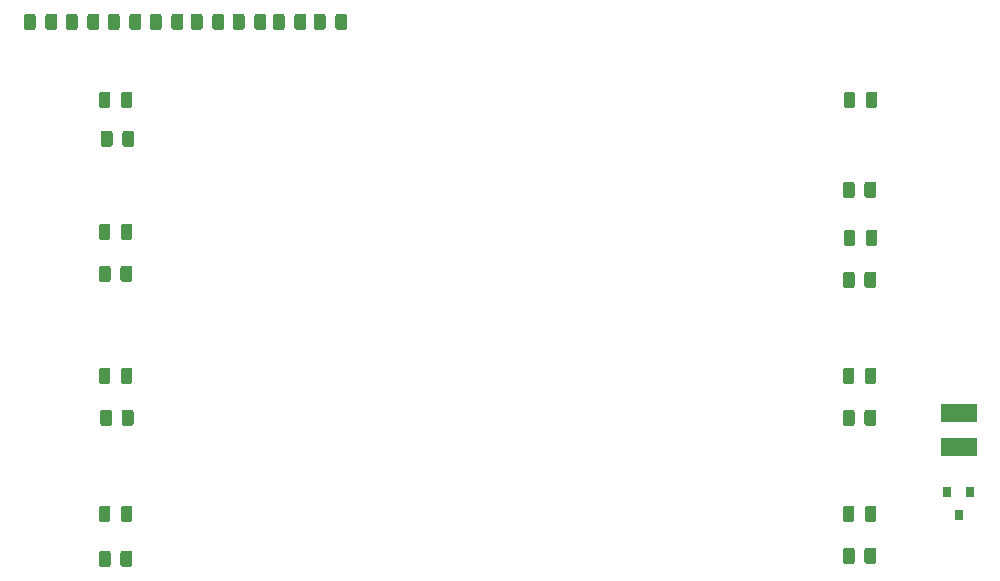
<source format=gbp>
G04 #@! TF.GenerationSoftware,KiCad,Pcbnew,5.1.12-84ad8e8a86~92~ubuntu20.04.1*
G04 #@! TF.CreationDate,2022-01-09T20:13:27+01:00*
G04 #@! TF.ProjectId,ESPHome-Thermostat-pcb,45535048-6f6d-4652-9d54-6865726d6f73,1.0*
G04 #@! TF.SameCoordinates,Original*
G04 #@! TF.FileFunction,Paste,Bot*
G04 #@! TF.FilePolarity,Positive*
%FSLAX46Y46*%
G04 Gerber Fmt 4.6, Leading zero omitted, Abs format (unit mm)*
G04 Created by KiCad (PCBNEW 5.1.12-84ad8e8a86~92~ubuntu20.04.1) date 2022-01-09 20:13:27*
%MOMM*%
%LPD*%
G01*
G04 APERTURE LIST*
%ADD10R,3.020000X1.510000*%
%ADD11R,0.800000X0.900000*%
G04 APERTURE END LIST*
G36*
G01*
X67418000Y-51873998D02*
X67418000Y-52774002D01*
G75*
G02*
X67168002Y-53024000I-249998J0D01*
G01*
X66642998Y-53024000D01*
G75*
G02*
X66393000Y-52774002I0J249998D01*
G01*
X66393000Y-51873998D01*
G75*
G02*
X66642998Y-51624000I249998J0D01*
G01*
X67168002Y-51624000D01*
G75*
G02*
X67418000Y-51873998I0J-249998D01*
G01*
G37*
G36*
G01*
X69243000Y-51873998D02*
X69243000Y-52774002D01*
G75*
G02*
X68993002Y-53024000I-249998J0D01*
G01*
X68467998Y-53024000D01*
G75*
G02*
X68218000Y-52774002I0J249998D01*
G01*
X68218000Y-51873998D01*
G75*
G02*
X68467998Y-51624000I249998J0D01*
G01*
X68993002Y-51624000D01*
G75*
G02*
X69243000Y-51873998I0J-249998D01*
G01*
G37*
G36*
G01*
X70870500Y-51873998D02*
X70870500Y-52774002D01*
G75*
G02*
X70620502Y-53024000I-249998J0D01*
G01*
X70095498Y-53024000D01*
G75*
G02*
X69845500Y-52774002I0J249998D01*
G01*
X69845500Y-51873998D01*
G75*
G02*
X70095498Y-51624000I249998J0D01*
G01*
X70620502Y-51624000D01*
G75*
G02*
X70870500Y-51873998I0J-249998D01*
G01*
G37*
G36*
G01*
X72695500Y-51873998D02*
X72695500Y-52774002D01*
G75*
G02*
X72445502Y-53024000I-249998J0D01*
G01*
X71920498Y-53024000D01*
G75*
G02*
X71670500Y-52774002I0J249998D01*
G01*
X71670500Y-51873998D01*
G75*
G02*
X71920498Y-51624000I249998J0D01*
G01*
X72445502Y-51624000D01*
G75*
G02*
X72695500Y-51873998I0J-249998D01*
G01*
G37*
G36*
G01*
X74426500Y-51873998D02*
X74426500Y-52774002D01*
G75*
G02*
X74176502Y-53024000I-249998J0D01*
G01*
X73651498Y-53024000D01*
G75*
G02*
X73401500Y-52774002I0J249998D01*
G01*
X73401500Y-51873998D01*
G75*
G02*
X73651498Y-51624000I249998J0D01*
G01*
X74176502Y-51624000D01*
G75*
G02*
X74426500Y-51873998I0J-249998D01*
G01*
G37*
G36*
G01*
X76251500Y-51873998D02*
X76251500Y-52774002D01*
G75*
G02*
X76001502Y-53024000I-249998J0D01*
G01*
X75476498Y-53024000D01*
G75*
G02*
X75226500Y-52774002I0J249998D01*
G01*
X75226500Y-51873998D01*
G75*
G02*
X75476498Y-51624000I249998J0D01*
G01*
X76001502Y-51624000D01*
G75*
G02*
X76251500Y-51873998I0J-249998D01*
G01*
G37*
G36*
G01*
X56750000Y-51873998D02*
X56750000Y-52774002D01*
G75*
G02*
X56500002Y-53024000I-249998J0D01*
G01*
X55974998Y-53024000D01*
G75*
G02*
X55725000Y-52774002I0J249998D01*
G01*
X55725000Y-51873998D01*
G75*
G02*
X55974998Y-51624000I249998J0D01*
G01*
X56500002Y-51624000D01*
G75*
G02*
X56750000Y-51873998I0J-249998D01*
G01*
G37*
G36*
G01*
X58575000Y-51873998D02*
X58575000Y-52774002D01*
G75*
G02*
X58325002Y-53024000I-249998J0D01*
G01*
X57799998Y-53024000D01*
G75*
G02*
X57550000Y-52774002I0J249998D01*
G01*
X57550000Y-51873998D01*
G75*
G02*
X57799998Y-51624000I249998J0D01*
G01*
X58325002Y-51624000D01*
G75*
G02*
X58575000Y-51873998I0J-249998D01*
G01*
G37*
G36*
G01*
X60306000Y-51873998D02*
X60306000Y-52774002D01*
G75*
G02*
X60056002Y-53024000I-249998J0D01*
G01*
X59530998Y-53024000D01*
G75*
G02*
X59281000Y-52774002I0J249998D01*
G01*
X59281000Y-51873998D01*
G75*
G02*
X59530998Y-51624000I249998J0D01*
G01*
X60056002Y-51624000D01*
G75*
G02*
X60306000Y-51873998I0J-249998D01*
G01*
G37*
G36*
G01*
X62131000Y-51873998D02*
X62131000Y-52774002D01*
G75*
G02*
X61881002Y-53024000I-249998J0D01*
G01*
X61355998Y-53024000D01*
G75*
G02*
X61106000Y-52774002I0J249998D01*
G01*
X61106000Y-51873998D01*
G75*
G02*
X61355998Y-51624000I249998J0D01*
G01*
X61881002Y-51624000D01*
G75*
G02*
X62131000Y-51873998I0J-249998D01*
G01*
G37*
G36*
G01*
X77832000Y-51873998D02*
X77832000Y-52774002D01*
G75*
G02*
X77582002Y-53024000I-249998J0D01*
G01*
X77056998Y-53024000D01*
G75*
G02*
X76807000Y-52774002I0J249998D01*
G01*
X76807000Y-51873998D01*
G75*
G02*
X77056998Y-51624000I249998J0D01*
G01*
X77582002Y-51624000D01*
G75*
G02*
X77832000Y-51873998I0J-249998D01*
G01*
G37*
G36*
G01*
X79657000Y-51873998D02*
X79657000Y-52774002D01*
G75*
G02*
X79407002Y-53024000I-249998J0D01*
G01*
X78881998Y-53024000D01*
G75*
G02*
X78632000Y-52774002I0J249998D01*
G01*
X78632000Y-51873998D01*
G75*
G02*
X78881998Y-51624000I249998J0D01*
G01*
X79407002Y-51624000D01*
G75*
G02*
X79657000Y-51873998I0J-249998D01*
G01*
G37*
G36*
G01*
X63862000Y-51873998D02*
X63862000Y-52774002D01*
G75*
G02*
X63612002Y-53024000I-249998J0D01*
G01*
X63086998Y-53024000D01*
G75*
G02*
X62837000Y-52774002I0J249998D01*
G01*
X62837000Y-51873998D01*
G75*
G02*
X63086998Y-51624000I249998J0D01*
G01*
X63612002Y-51624000D01*
G75*
G02*
X63862000Y-51873998I0J-249998D01*
G01*
G37*
G36*
G01*
X65687000Y-51873998D02*
X65687000Y-52774002D01*
G75*
G02*
X65437002Y-53024000I-249998J0D01*
G01*
X64911998Y-53024000D01*
G75*
G02*
X64662000Y-52774002I0J249998D01*
G01*
X64662000Y-51873998D01*
G75*
G02*
X64911998Y-51624000I249998J0D01*
G01*
X65437002Y-51624000D01*
G75*
G02*
X65687000Y-51873998I0J-249998D01*
G01*
G37*
G36*
G01*
X126892000Y-86302002D02*
X126892000Y-85401998D01*
G75*
G02*
X127141998Y-85152000I249998J0D01*
G01*
X127667002Y-85152000D01*
G75*
G02*
X127917000Y-85401998I0J-249998D01*
G01*
X127917000Y-86302002D01*
G75*
G02*
X127667002Y-86552000I-249998J0D01*
G01*
X127141998Y-86552000D01*
G75*
G02*
X126892000Y-86302002I0J249998D01*
G01*
G37*
G36*
G01*
X125067000Y-86302002D02*
X125067000Y-85401998D01*
G75*
G02*
X125316998Y-85152000I249998J0D01*
G01*
X125842002Y-85152000D01*
G75*
G02*
X126092000Y-85401998I0J-249998D01*
G01*
X126092000Y-86302002D01*
G75*
G02*
X125842002Y-86552000I-249998J0D01*
G01*
X125316998Y-86552000D01*
G75*
G02*
X125067000Y-86302002I0J249998D01*
G01*
G37*
G36*
G01*
X63100000Y-73209998D02*
X63100000Y-74110002D01*
G75*
G02*
X62850002Y-74360000I-249998J0D01*
G01*
X62324998Y-74360000D01*
G75*
G02*
X62075000Y-74110002I0J249998D01*
G01*
X62075000Y-73209998D01*
G75*
G02*
X62324998Y-72960000I249998J0D01*
G01*
X62850002Y-72960000D01*
G75*
G02*
X63100000Y-73209998I0J-249998D01*
G01*
G37*
G36*
G01*
X64925000Y-73209998D02*
X64925000Y-74110002D01*
G75*
G02*
X64675002Y-74360000I-249998J0D01*
G01*
X64149998Y-74360000D01*
G75*
G02*
X63900000Y-74110002I0J249998D01*
G01*
X63900000Y-73209998D01*
G75*
G02*
X64149998Y-72960000I249998J0D01*
G01*
X64675002Y-72960000D01*
G75*
G02*
X64925000Y-73209998I0J-249998D01*
G01*
G37*
G36*
G01*
X126892000Y-74618002D02*
X126892000Y-73717998D01*
G75*
G02*
X127141998Y-73468000I249998J0D01*
G01*
X127667002Y-73468000D01*
G75*
G02*
X127917000Y-73717998I0J-249998D01*
G01*
X127917000Y-74618002D01*
G75*
G02*
X127667002Y-74868000I-249998J0D01*
G01*
X127141998Y-74868000D01*
G75*
G02*
X126892000Y-74618002I0J249998D01*
G01*
G37*
G36*
G01*
X125067000Y-74618002D02*
X125067000Y-73717998D01*
G75*
G02*
X125316998Y-73468000I249998J0D01*
G01*
X125842002Y-73468000D01*
G75*
G02*
X126092000Y-73717998I0J-249998D01*
G01*
X126092000Y-74618002D01*
G75*
G02*
X125842002Y-74868000I-249998J0D01*
G01*
X125316998Y-74868000D01*
G75*
G02*
X125067000Y-74618002I0J249998D01*
G01*
G37*
G36*
G01*
X63100000Y-97339998D02*
X63100000Y-98240002D01*
G75*
G02*
X62850002Y-98490000I-249998J0D01*
G01*
X62324998Y-98490000D01*
G75*
G02*
X62075000Y-98240002I0J249998D01*
G01*
X62075000Y-97339998D01*
G75*
G02*
X62324998Y-97090000I249998J0D01*
G01*
X62850002Y-97090000D01*
G75*
G02*
X63100000Y-97339998I0J-249998D01*
G01*
G37*
G36*
G01*
X64925000Y-97339998D02*
X64925000Y-98240002D01*
G75*
G02*
X64675002Y-98490000I-249998J0D01*
G01*
X64149998Y-98490000D01*
G75*
G02*
X63900000Y-98240002I0J249998D01*
G01*
X63900000Y-97339998D01*
G75*
G02*
X64149998Y-97090000I249998J0D01*
G01*
X64675002Y-97090000D01*
G75*
G02*
X64925000Y-97339998I0J-249998D01*
G01*
G37*
G36*
G01*
X126892000Y-97986002D02*
X126892000Y-97085998D01*
G75*
G02*
X127141998Y-96836000I249998J0D01*
G01*
X127667002Y-96836000D01*
G75*
G02*
X127917000Y-97085998I0J-249998D01*
G01*
X127917000Y-97986002D01*
G75*
G02*
X127667002Y-98236000I-249998J0D01*
G01*
X127141998Y-98236000D01*
G75*
G02*
X126892000Y-97986002I0J249998D01*
G01*
G37*
G36*
G01*
X125067000Y-97986002D02*
X125067000Y-97085998D01*
G75*
G02*
X125316998Y-96836000I249998J0D01*
G01*
X125842002Y-96836000D01*
G75*
G02*
X126092000Y-97085998I0J-249998D01*
G01*
X126092000Y-97986002D01*
G75*
G02*
X125842002Y-98236000I-249998J0D01*
G01*
X125316998Y-98236000D01*
G75*
G02*
X125067000Y-97986002I0J249998D01*
G01*
G37*
G36*
G01*
X63250500Y-61779998D02*
X63250500Y-62680002D01*
G75*
G02*
X63000502Y-62930000I-249998J0D01*
G01*
X62475498Y-62930000D01*
G75*
G02*
X62225500Y-62680002I0J249998D01*
G01*
X62225500Y-61779998D01*
G75*
G02*
X62475498Y-61530000I249998J0D01*
G01*
X63000502Y-61530000D01*
G75*
G02*
X63250500Y-61779998I0J-249998D01*
G01*
G37*
G36*
G01*
X65075500Y-61779998D02*
X65075500Y-62680002D01*
G75*
G02*
X64825502Y-62930000I-249998J0D01*
G01*
X64300498Y-62930000D01*
G75*
G02*
X64050500Y-62680002I0J249998D01*
G01*
X64050500Y-61779998D01*
G75*
G02*
X64300498Y-61530000I249998J0D01*
G01*
X64825502Y-61530000D01*
G75*
G02*
X65075500Y-61779998I0J-249998D01*
G01*
G37*
G36*
G01*
X81284500Y-51873998D02*
X81284500Y-52774002D01*
G75*
G02*
X81034502Y-53024000I-249998J0D01*
G01*
X80509498Y-53024000D01*
G75*
G02*
X80259500Y-52774002I0J249998D01*
G01*
X80259500Y-51873998D01*
G75*
G02*
X80509498Y-51624000I249998J0D01*
G01*
X81034502Y-51624000D01*
G75*
G02*
X81284500Y-51873998I0J-249998D01*
G01*
G37*
G36*
G01*
X83109500Y-51873998D02*
X83109500Y-52774002D01*
G75*
G02*
X82859502Y-53024000I-249998J0D01*
G01*
X82334498Y-53024000D01*
G75*
G02*
X82084500Y-52774002I0J249998D01*
G01*
X82084500Y-51873998D01*
G75*
G02*
X82334498Y-51624000I249998J0D01*
G01*
X82859502Y-51624000D01*
G75*
G02*
X83109500Y-51873998I0J-249998D01*
G01*
G37*
G36*
G01*
X63203500Y-85401998D02*
X63203500Y-86302002D01*
G75*
G02*
X62953502Y-86552000I-249998J0D01*
G01*
X62428498Y-86552000D01*
G75*
G02*
X62178500Y-86302002I0J249998D01*
G01*
X62178500Y-85401998D01*
G75*
G02*
X62428498Y-85152000I249998J0D01*
G01*
X62953502Y-85152000D01*
G75*
G02*
X63203500Y-85401998I0J-249998D01*
G01*
G37*
G36*
G01*
X65028500Y-85401998D02*
X65028500Y-86302002D01*
G75*
G02*
X64778502Y-86552000I-249998J0D01*
G01*
X64253498Y-86552000D01*
G75*
G02*
X64003500Y-86302002I0J249998D01*
G01*
X64003500Y-85401998D01*
G75*
G02*
X64253498Y-85152000I249998J0D01*
G01*
X64778502Y-85152000D01*
G75*
G02*
X65028500Y-85401998I0J-249998D01*
G01*
G37*
G36*
G01*
X126092000Y-66097998D02*
X126092000Y-66998002D01*
G75*
G02*
X125842002Y-67248000I-249998J0D01*
G01*
X125316998Y-67248000D01*
G75*
G02*
X125067000Y-66998002I0J249998D01*
G01*
X125067000Y-66097998D01*
G75*
G02*
X125316998Y-65848000I249998J0D01*
G01*
X125842002Y-65848000D01*
G75*
G02*
X126092000Y-66097998I0J-249998D01*
G01*
G37*
G36*
G01*
X127917000Y-66097998D02*
X127917000Y-66998002D01*
G75*
G02*
X127667002Y-67248000I-249998J0D01*
G01*
X127141998Y-67248000D01*
G75*
G02*
X126892000Y-66998002I0J249998D01*
G01*
X126892000Y-66097998D01*
G75*
G02*
X127141998Y-65848000I249998J0D01*
G01*
X127667002Y-65848000D01*
G75*
G02*
X127917000Y-66097998I0J-249998D01*
G01*
G37*
G36*
G01*
X126942000Y-82752250D02*
X126942000Y-81839750D01*
G75*
G02*
X127185750Y-81596000I243750J0D01*
G01*
X127673250Y-81596000D01*
G75*
G02*
X127917000Y-81839750I0J-243750D01*
G01*
X127917000Y-82752250D01*
G75*
G02*
X127673250Y-82996000I-243750J0D01*
G01*
X127185750Y-82996000D01*
G75*
G02*
X126942000Y-82752250I0J243750D01*
G01*
G37*
G36*
G01*
X125067000Y-82752250D02*
X125067000Y-81839750D01*
G75*
G02*
X125310750Y-81596000I243750J0D01*
G01*
X125798250Y-81596000D01*
G75*
G02*
X126042000Y-81839750I0J-243750D01*
G01*
X126042000Y-82752250D01*
G75*
G02*
X125798250Y-82996000I-243750J0D01*
G01*
X125310750Y-82996000D01*
G75*
G02*
X125067000Y-82752250I0J243750D01*
G01*
G37*
G36*
G01*
X63050000Y-69647750D02*
X63050000Y-70560250D01*
G75*
G02*
X62806250Y-70804000I-243750J0D01*
G01*
X62318750Y-70804000D01*
G75*
G02*
X62075000Y-70560250I0J243750D01*
G01*
X62075000Y-69647750D01*
G75*
G02*
X62318750Y-69404000I243750J0D01*
G01*
X62806250Y-69404000D01*
G75*
G02*
X63050000Y-69647750I0J-243750D01*
G01*
G37*
G36*
G01*
X64925000Y-69647750D02*
X64925000Y-70560250D01*
G75*
G02*
X64681250Y-70804000I-243750J0D01*
G01*
X64193750Y-70804000D01*
G75*
G02*
X63950000Y-70560250I0J243750D01*
G01*
X63950000Y-69647750D01*
G75*
G02*
X64193750Y-69404000I243750J0D01*
G01*
X64681250Y-69404000D01*
G75*
G02*
X64925000Y-69647750I0J-243750D01*
G01*
G37*
G36*
G01*
X127020500Y-71068250D02*
X127020500Y-70155750D01*
G75*
G02*
X127264250Y-69912000I243750J0D01*
G01*
X127751750Y-69912000D01*
G75*
G02*
X127995500Y-70155750I0J-243750D01*
G01*
X127995500Y-71068250D01*
G75*
G02*
X127751750Y-71312000I-243750J0D01*
G01*
X127264250Y-71312000D01*
G75*
G02*
X127020500Y-71068250I0J243750D01*
G01*
G37*
G36*
G01*
X125145500Y-71068250D02*
X125145500Y-70155750D01*
G75*
G02*
X125389250Y-69912000I243750J0D01*
G01*
X125876750Y-69912000D01*
G75*
G02*
X126120500Y-70155750I0J-243750D01*
G01*
X126120500Y-71068250D01*
G75*
G02*
X125876750Y-71312000I-243750J0D01*
G01*
X125389250Y-71312000D01*
G75*
G02*
X125145500Y-71068250I0J243750D01*
G01*
G37*
G36*
G01*
X63050000Y-93523750D02*
X63050000Y-94436250D01*
G75*
G02*
X62806250Y-94680000I-243750J0D01*
G01*
X62318750Y-94680000D01*
G75*
G02*
X62075000Y-94436250I0J243750D01*
G01*
X62075000Y-93523750D01*
G75*
G02*
X62318750Y-93280000I243750J0D01*
G01*
X62806250Y-93280000D01*
G75*
G02*
X63050000Y-93523750I0J-243750D01*
G01*
G37*
G36*
G01*
X64925000Y-93523750D02*
X64925000Y-94436250D01*
G75*
G02*
X64681250Y-94680000I-243750J0D01*
G01*
X64193750Y-94680000D01*
G75*
G02*
X63950000Y-94436250I0J243750D01*
G01*
X63950000Y-93523750D01*
G75*
G02*
X64193750Y-93280000I243750J0D01*
G01*
X64681250Y-93280000D01*
G75*
G02*
X64925000Y-93523750I0J-243750D01*
G01*
G37*
G36*
G01*
X126942000Y-94436250D02*
X126942000Y-93523750D01*
G75*
G02*
X127185750Y-93280000I243750J0D01*
G01*
X127673250Y-93280000D01*
G75*
G02*
X127917000Y-93523750I0J-243750D01*
G01*
X127917000Y-94436250D01*
G75*
G02*
X127673250Y-94680000I-243750J0D01*
G01*
X127185750Y-94680000D01*
G75*
G02*
X126942000Y-94436250I0J243750D01*
G01*
G37*
G36*
G01*
X125067000Y-94436250D02*
X125067000Y-93523750D01*
G75*
G02*
X125310750Y-93280000I243750J0D01*
G01*
X125798250Y-93280000D01*
G75*
G02*
X126042000Y-93523750I0J-243750D01*
G01*
X126042000Y-94436250D01*
G75*
G02*
X125798250Y-94680000I-243750J0D01*
G01*
X125310750Y-94680000D01*
G75*
G02*
X125067000Y-94436250I0J243750D01*
G01*
G37*
G36*
G01*
X63050000Y-58471750D02*
X63050000Y-59384250D01*
G75*
G02*
X62806250Y-59628000I-243750J0D01*
G01*
X62318750Y-59628000D01*
G75*
G02*
X62075000Y-59384250I0J243750D01*
G01*
X62075000Y-58471750D01*
G75*
G02*
X62318750Y-58228000I243750J0D01*
G01*
X62806250Y-58228000D01*
G75*
G02*
X63050000Y-58471750I0J-243750D01*
G01*
G37*
G36*
G01*
X64925000Y-58471750D02*
X64925000Y-59384250D01*
G75*
G02*
X64681250Y-59628000I-243750J0D01*
G01*
X64193750Y-59628000D01*
G75*
G02*
X63950000Y-59384250I0J243750D01*
G01*
X63950000Y-58471750D01*
G75*
G02*
X64193750Y-58228000I243750J0D01*
G01*
X64681250Y-58228000D01*
G75*
G02*
X64925000Y-58471750I0J-243750D01*
G01*
G37*
G36*
G01*
X63050000Y-81839750D02*
X63050000Y-82752250D01*
G75*
G02*
X62806250Y-82996000I-243750J0D01*
G01*
X62318750Y-82996000D01*
G75*
G02*
X62075000Y-82752250I0J243750D01*
G01*
X62075000Y-81839750D01*
G75*
G02*
X62318750Y-81596000I243750J0D01*
G01*
X62806250Y-81596000D01*
G75*
G02*
X63050000Y-81839750I0J-243750D01*
G01*
G37*
G36*
G01*
X64925000Y-81839750D02*
X64925000Y-82752250D01*
G75*
G02*
X64681250Y-82996000I-243750J0D01*
G01*
X64193750Y-82996000D01*
G75*
G02*
X63950000Y-82752250I0J243750D01*
G01*
X63950000Y-81839750D01*
G75*
G02*
X64193750Y-81596000I243750J0D01*
G01*
X64681250Y-81596000D01*
G75*
G02*
X64925000Y-81839750I0J-243750D01*
G01*
G37*
G36*
G01*
X127020500Y-59384250D02*
X127020500Y-58471750D01*
G75*
G02*
X127264250Y-58228000I243750J0D01*
G01*
X127751750Y-58228000D01*
G75*
G02*
X127995500Y-58471750I0J-243750D01*
G01*
X127995500Y-59384250D01*
G75*
G02*
X127751750Y-59628000I-243750J0D01*
G01*
X127264250Y-59628000D01*
G75*
G02*
X127020500Y-59384250I0J243750D01*
G01*
G37*
G36*
G01*
X125145500Y-59384250D02*
X125145500Y-58471750D01*
G75*
G02*
X125389250Y-58228000I243750J0D01*
G01*
X125876750Y-58228000D01*
G75*
G02*
X126120500Y-58471750I0J-243750D01*
G01*
X126120500Y-59384250D01*
G75*
G02*
X125876750Y-59628000I-243750J0D01*
G01*
X125389250Y-59628000D01*
G75*
G02*
X125145500Y-59384250I0J243750D01*
G01*
G37*
D10*
X134874000Y-88318000D03*
X134874000Y-85418000D03*
D11*
X134874000Y-94091000D03*
X135824000Y-92091000D03*
X133924000Y-92091000D03*
M02*

</source>
